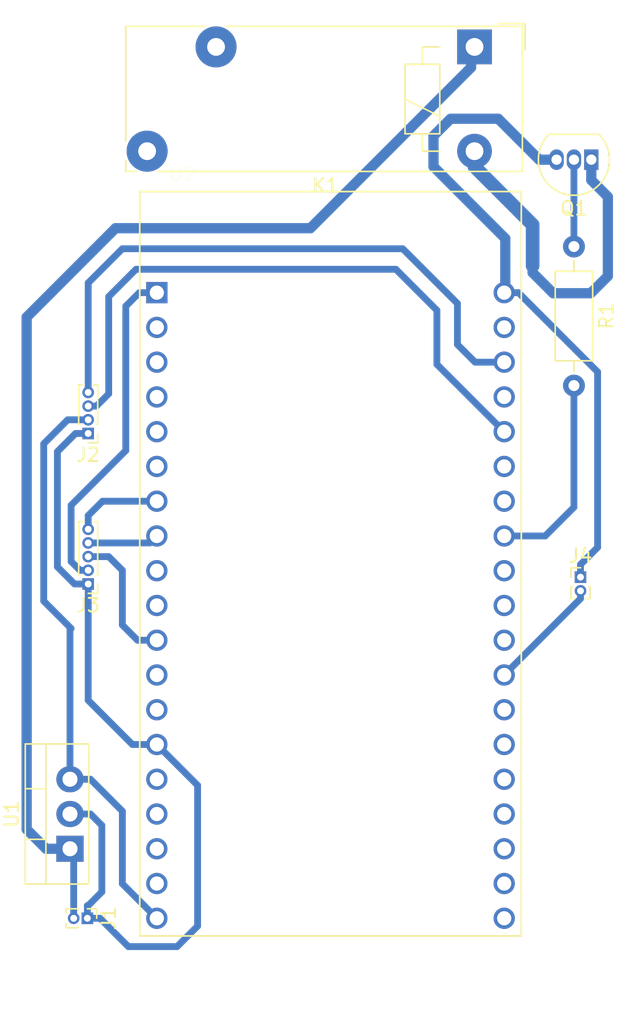
<source format=kicad_pcb>
(kicad_pcb (version 20171130) (host pcbnew 5.1.5+dfsg1-2~bpo10+1)

  (general
    (thickness 1.6)
    (drawings 0)
    (tracks 102)
    (zones 0)
    (modules 9)
    (nets 42)
  )

  (page A4)
  (layers
    (0 F.Cu signal)
    (31 B.Cu signal)
    (32 B.Adhes user)
    (33 F.Adhes user)
    (34 B.Paste user)
    (35 F.Paste user)
    (36 B.SilkS user)
    (37 F.SilkS user)
    (38 B.Mask user)
    (39 F.Mask user)
    (40 Dwgs.User user)
    (41 Cmts.User user)
    (42 Eco1.User user)
    (43 Eco2.User user)
    (44 Edge.Cuts user)
    (45 Margin user)
    (46 B.CrtYd user)
    (47 F.CrtYd user)
    (48 B.Fab user)
    (49 F.Fab user)
  )

  (setup
    (last_trace_width 0.5)
    (user_trace_width 0.5)
    (user_trace_width 0.75)
    (user_trace_width 1)
    (user_trace_width 1.25)
    (user_trace_width 1.5)
    (user_trace_width 2)
    (trace_clearance 0.2)
    (zone_clearance 0.508)
    (zone_45_only no)
    (trace_min 0.2)
    (via_size 0.8)
    (via_drill 0.4)
    (via_min_size 0.4)
    (via_min_drill 0.3)
    (uvia_size 0.3)
    (uvia_drill 0.1)
    (uvias_allowed no)
    (uvia_min_size 0.2)
    (uvia_min_drill 0.1)
    (edge_width 0.05)
    (segment_width 0.2)
    (pcb_text_width 0.3)
    (pcb_text_size 1.5 1.5)
    (mod_edge_width 0.12)
    (mod_text_size 1 1)
    (mod_text_width 0.15)
    (pad_size 1.524 1.524)
    (pad_drill 0.762)
    (pad_to_mask_clearance 0.051)
    (solder_mask_min_width 0.25)
    (aux_axis_origin 0 0)
    (visible_elements FFFFFF7F)
    (pcbplotparams
      (layerselection 0x010fc_ffffffff)
      (usegerberextensions false)
      (usegerberattributes false)
      (usegerberadvancedattributes false)
      (creategerberjobfile false)
      (excludeedgelayer true)
      (linewidth 0.100000)
      (plotframeref false)
      (viasonmask false)
      (mode 1)
      (useauxorigin false)
      (hpglpennumber 1)
      (hpglpenspeed 20)
      (hpglpendiameter 15.000000)
      (psnegative false)
      (psa4output false)
      (plotreference true)
      (plotvalue true)
      (plotinvisibletext false)
      (padsonsilk false)
      (subtractmaskfromsilk false)
      (outputformat 1)
      (mirror false)
      (drillshape 1)
      (scaleselection 1)
      (outputdirectory ""))
  )

  (net 0 "")
  (net 1 "Net-(K1-PadA2)")
  (net 2 +12V)
  (net 3 Earth)
  (net 4 LCD_SCL)
  (net 5 LCD_SDA)
  (net 6 +5V)
  (net 7 GND)
  (net 8 "Net-(Q1-Pad2)")
  (net 9 "Net-(R1-Pad2)")
  (net 10 "Net-(U2-Pad2)")
  (net 11 "Net-(U2-Pad3)")
  (net 12 "Net-(U2-Pad4)")
  (net 13 "Net-(U2-Pad5)")
  (net 14 "Net-(U2-Pad6)")
  (net 15 "Net-(U2-Pad9)")
  (net 16 "Net-(U2-Pad10)")
  (net 17 "Net-(U2-Pad12)")
  (net 18 "Net-(U2-Pad13)")
  (net 19 "Net-(U2-Pad15)")
  (net 20 "Net-(U2-Pad16)")
  (net 21 "Net-(U2-Pad17)")
  (net 22 "Net-(U2-Pad18)")
  (net 23 "Net-(U2-Pad21)")
  (net 24 "Net-(U2-Pad23)")
  (net 25 "Net-(U2-Pad25)")
  (net 26 "Net-(U2-Pad26)")
  (net 27 "Net-(U2-Pad28)")
  (net 28 "Net-(U2-Pad29)")
  (net 29 "Net-(U2-Pad30)")
  (net 30 "Net-(U2-Pad32)")
  (net 31 "Net-(U2-Pad33)")
  (net 32 "Net-(U2-Pad34)")
  (net 33 "Net-(U2-Pad35)")
  (net 34 "Net-(U2-Pad36)")
  (net 35 "Net-(U2-Pad37)")
  (net 36 "Net-(U2-Pad38)")
  (net 37 ENC_CLK)
  (net 38 ENC_DT)
  (net 39 ENC_SW)
  (net 40 +3V3)
  (net 41 SW)

  (net_class Default "This is the default net class."
    (clearance 0.2)
    (trace_width 0.25)
    (via_dia 0.8)
    (via_drill 0.4)
    (uvia_dia 0.3)
    (uvia_drill 0.1)
    (add_net +12V)
    (add_net +3V3)
    (add_net +5V)
    (add_net ENC_CLK)
    (add_net ENC_DT)
    (add_net ENC_SW)
    (add_net Earth)
    (add_net GND)
    (add_net LCD_SCL)
    (add_net LCD_SDA)
    (add_net "Net-(K1-PadA2)")
    (add_net "Net-(Q1-Pad2)")
    (add_net "Net-(R1-Pad2)")
    (add_net "Net-(U2-Pad10)")
    (add_net "Net-(U2-Pad12)")
    (add_net "Net-(U2-Pad13)")
    (add_net "Net-(U2-Pad15)")
    (add_net "Net-(U2-Pad16)")
    (add_net "Net-(U2-Pad17)")
    (add_net "Net-(U2-Pad18)")
    (add_net "Net-(U2-Pad2)")
    (add_net "Net-(U2-Pad21)")
    (add_net "Net-(U2-Pad23)")
    (add_net "Net-(U2-Pad25)")
    (add_net "Net-(U2-Pad26)")
    (add_net "Net-(U2-Pad28)")
    (add_net "Net-(U2-Pad29)")
    (add_net "Net-(U2-Pad3)")
    (add_net "Net-(U2-Pad30)")
    (add_net "Net-(U2-Pad32)")
    (add_net "Net-(U2-Pad33)")
    (add_net "Net-(U2-Pad34)")
    (add_net "Net-(U2-Pad35)")
    (add_net "Net-(U2-Pad36)")
    (add_net "Net-(U2-Pad37)")
    (add_net "Net-(U2-Pad38)")
    (add_net "Net-(U2-Pad4)")
    (add_net "Net-(U2-Pad5)")
    (add_net "Net-(U2-Pad6)")
    (add_net "Net-(U2-Pad9)")
    (add_net SW)
  )

  (module modules:Relay_1-Form-A_Schrack-RYII_RM5mm (layer F.Cu) (tedit 5A5B867D) (tstamp 5E924CB6)
    (at 119.75 74.75 180)
    (descr "Relay, 1-Form-A, Schrack-RYII, RM5mm, SPST-NO")
    (tags "Relay 1-Form-A Schrack-RYII RM5mm SPST-NO")
    (path /5E904F86)
    (fp_text reference K1 (at 10.9 -10.12) (layer F.SilkS)
      (effects (font (size 1 1) (thickness 0.15)))
    )
    (fp_text value RAYEX-L90BS (at 10.9 2.58) (layer F.Fab)
      (effects (font (size 1 1) (thickness 0.15)))
    )
    (fp_line (start -3.7 1.7) (end -3.7 -0.2) (layer F.SilkS) (width 0.12))
    (fp_line (start -1.75 1.7) (end -3.7 1.7) (layer F.SilkS) (width 0.12))
    (fp_text user %R (at 11 -3.8) (layer F.Fab)
      (effects (font (size 1 1) (thickness 0.15)))
    )
    (fp_line (start -3.75 -9.35) (end -3.75 1.75) (layer F.CrtYd) (width 0.05))
    (fp_line (start -3.75 1.75) (end 25.75 1.75) (layer F.CrtYd) (width 0.05))
    (fp_line (start 25.75 1.75) (end 25.75 -9.35) (layer F.CrtYd) (width 0.05))
    (fp_line (start 25.75 -9.35) (end -3.75 -9.35) (layer F.CrtYd) (width 0.05))
    (fp_line (start 0 -6.4) (end 0 -1.2) (layer F.Fab) (width 0.1))
    (fp_line (start -3.25 -8.85) (end 25.25 -8.85) (layer F.Fab) (width 0.1))
    (fp_line (start 25.25 -8.85) (end 25.25 1.25) (layer F.Fab) (width 0.1))
    (fp_line (start 25.25 1.25) (end -3.25 1.25) (layer F.Fab) (width 0.1))
    (fp_line (start -3.25 1.25) (end -3.25 -8.85) (layer F.Fab) (width 0.1))
    (fp_line (start 25.5 -6.9) (end 25.5 1.5) (layer F.SilkS) (width 0.12))
    (fp_line (start -3.5 -9.1) (end 23.1 -9.1) (layer F.SilkS) (width 0.12))
    (fp_line (start 24.75 -9.1) (end 25.5 -9.1) (layer F.SilkS) (width 0.12))
    (fp_line (start 25.45 1.5) (end 19.7 1.5) (layer F.SilkS) (width 0.12))
    (fp_line (start 2.54 -5.08) (end 5.08 -3.81) (layer F.SilkS) (width 0.12))
    (fp_line (start 3.81 -1.27) (end 3.81 0) (layer F.SilkS) (width 0.12))
    (fp_line (start 3.81 0) (end 2.54 0) (layer F.SilkS) (width 0.12))
    (fp_line (start 2.54 -7.62) (end 3.81 -7.62) (layer F.SilkS) (width 0.12))
    (fp_line (start 3.81 -7.62) (end 3.81 -6.35) (layer F.SilkS) (width 0.12))
    (fp_line (start 3.81 -6.35) (end 5.08 -6.35) (layer F.SilkS) (width 0.12))
    (fp_line (start 5.08 -6.35) (end 5.08 -1.27) (layer F.SilkS) (width 0.12))
    (fp_line (start 5.08 -1.27) (end 2.54 -1.27) (layer F.SilkS) (width 0.12))
    (fp_line (start 2.54 -1.27) (end 2.54 -6.35) (layer F.SilkS) (width 0.12))
    (fp_line (start 2.54 -6.35) (end 3.81 -6.35) (layer F.SilkS) (width 0.12))
    (fp_line (start 25.5 -9.1) (end 25.5 -8.3) (layer F.SilkS) (width 0.12))
    (fp_line (start 18.1 1.5) (end -3.5 1.5) (layer F.SilkS) (width 0.12))
    (fp_line (start -3.5 1.5) (end -3.5 -9.1) (layer F.SilkS) (width 0.12))
    (pad A2 thru_hole circle (at 0 -7.62 180) (size 2.54 2.54) (drill 1.3) (layers *.Cu *.Mask)
      (net 1 "Net-(K1-PadA2)"))
    (pad A1 thru_hole rect (at 0 0 180) (size 2.54 2.54) (drill 1.3) (layers *.Cu *.Mask)
      (net 2 +12V))
    (pad 14 thru_hole circle (at 23.94 -7.62 180) (size 3 3) (drill 1.3) (layers *.Cu *.Mask))
    (pad 11 thru_hole circle (at 18.9 0 180) (size 3 3) (drill 1.3) (layers *.Cu *.Mask)
      (net 3 Earth))
    (model ${KISYS3DMOD}/Relay_THT.3dshapes/Relay_1-Form-A_Schrack-RYII_RM5mm.wrl
      (at (xyz 0 0 0))
      (scale (xyz 1 1 1))
      (rotate (xyz 0 0 0))
    )
  )

  (module Package_TO_SOT_THT:TO-220-3_Vertical (layer F.Cu) (tedit 5AC8BA0D) (tstamp 5E924D17)
    (at 90.17 133.35 90)
    (descr "TO-220-3, Vertical, RM 2.54mm, see https://www.vishay.com/docs/66542/to-220-1.pdf")
    (tags "TO-220-3 Vertical RM 2.54mm")
    (path /5E905D48)
    (fp_text reference U1 (at 2.54 -4.27 90) (layer F.SilkS)
      (effects (font (size 1 1) (thickness 0.15)))
    )
    (fp_text value L7805 (at 2.54 2.5 90) (layer F.Fab)
      (effects (font (size 1 1) (thickness 0.15)))
    )
    (fp_line (start -2.46 -3.15) (end -2.46 1.25) (layer F.Fab) (width 0.1))
    (fp_line (start -2.46 1.25) (end 7.54 1.25) (layer F.Fab) (width 0.1))
    (fp_line (start 7.54 1.25) (end 7.54 -3.15) (layer F.Fab) (width 0.1))
    (fp_line (start 7.54 -3.15) (end -2.46 -3.15) (layer F.Fab) (width 0.1))
    (fp_line (start -2.46 -1.88) (end 7.54 -1.88) (layer F.Fab) (width 0.1))
    (fp_line (start 0.69 -3.15) (end 0.69 -1.88) (layer F.Fab) (width 0.1))
    (fp_line (start 4.39 -3.15) (end 4.39 -1.88) (layer F.Fab) (width 0.1))
    (fp_line (start -2.58 -3.27) (end 7.66 -3.27) (layer F.SilkS) (width 0.12))
    (fp_line (start -2.58 1.371) (end 7.66 1.371) (layer F.SilkS) (width 0.12))
    (fp_line (start -2.58 -3.27) (end -2.58 1.371) (layer F.SilkS) (width 0.12))
    (fp_line (start 7.66 -3.27) (end 7.66 1.371) (layer F.SilkS) (width 0.12))
    (fp_line (start -2.58 -1.76) (end 7.66 -1.76) (layer F.SilkS) (width 0.12))
    (fp_line (start 0.69 -3.27) (end 0.69 -1.76) (layer F.SilkS) (width 0.12))
    (fp_line (start 4.391 -3.27) (end 4.391 -1.76) (layer F.SilkS) (width 0.12))
    (fp_line (start -2.71 -3.4) (end -2.71 1.51) (layer F.CrtYd) (width 0.05))
    (fp_line (start -2.71 1.51) (end 7.79 1.51) (layer F.CrtYd) (width 0.05))
    (fp_line (start 7.79 1.51) (end 7.79 -3.4) (layer F.CrtYd) (width 0.05))
    (fp_line (start 7.79 -3.4) (end -2.71 -3.4) (layer F.CrtYd) (width 0.05))
    (fp_text user %R (at 2.54 -4.27 90) (layer F.Fab)
      (effects (font (size 1 1) (thickness 0.15)))
    )
    (pad 1 thru_hole rect (at 0 0 90) (size 1.905 2) (drill 1.1) (layers *.Cu *.Mask)
      (net 2 +12V))
    (pad 2 thru_hole oval (at 2.54 0 90) (size 1.905 2) (drill 1.1) (layers *.Cu *.Mask)
      (net 7 GND))
    (pad 3 thru_hole oval (at 5.08 0 90) (size 1.905 2) (drill 1.1) (layers *.Cu *.Mask)
      (net 6 +5V))
    (model ${KISYS3DMOD}/Package_TO_SOT_THT.3dshapes/TO-220-3_Vertical.wrl
      (at (xyz 0 0 0))
      (scale (xyz 1 1 1))
      (rotate (xyz 0 0 0))
    )
  )

  (module Connector_PinHeader_1.00mm:PinHeader_1x04_P1.00mm_Vertical (layer F.Cu) (tedit 59FED738) (tstamp 5E924DA4)
    (at 91.5 103 180)
    (descr "Through hole straight pin header, 1x04, 1.00mm pitch, single row")
    (tags "Through hole pin header THT 1x04 1.00mm single row")
    (path /5E93ACE9)
    (fp_text reference J2 (at 0 -1.56) (layer F.SilkS)
      (effects (font (size 1 1) (thickness 0.15)))
    )
    (fp_text value LCD_PINS (at 0 4.56) (layer F.Fab)
      (effects (font (size 1 1) (thickness 0.15)))
    )
    (fp_line (start -0.3175 -0.5) (end 0.635 -0.5) (layer F.Fab) (width 0.1))
    (fp_line (start 0.635 -0.5) (end 0.635 3.5) (layer F.Fab) (width 0.1))
    (fp_line (start 0.635 3.5) (end -0.635 3.5) (layer F.Fab) (width 0.1))
    (fp_line (start -0.635 3.5) (end -0.635 -0.1825) (layer F.Fab) (width 0.1))
    (fp_line (start -0.635 -0.1825) (end -0.3175 -0.5) (layer F.Fab) (width 0.1))
    (fp_line (start -0.695 3.56) (end -0.394493 3.56) (layer F.SilkS) (width 0.12))
    (fp_line (start 0.394493 3.56) (end 0.695 3.56) (layer F.SilkS) (width 0.12))
    (fp_line (start -0.695 0.685) (end -0.695 3.56) (layer F.SilkS) (width 0.12))
    (fp_line (start 0.695 0.685) (end 0.695 3.56) (layer F.SilkS) (width 0.12))
    (fp_line (start -0.695 0.685) (end -0.608276 0.685) (layer F.SilkS) (width 0.12))
    (fp_line (start 0.608276 0.685) (end 0.695 0.685) (layer F.SilkS) (width 0.12))
    (fp_line (start -0.695 0) (end -0.695 -0.685) (layer F.SilkS) (width 0.12))
    (fp_line (start -0.695 -0.685) (end 0 -0.685) (layer F.SilkS) (width 0.12))
    (fp_line (start -1.15 -1) (end -1.15 4) (layer F.CrtYd) (width 0.05))
    (fp_line (start -1.15 4) (end 1.15 4) (layer F.CrtYd) (width 0.05))
    (fp_line (start 1.15 4) (end 1.15 -1) (layer F.CrtYd) (width 0.05))
    (fp_line (start 1.15 -1) (end -1.15 -1) (layer F.CrtYd) (width 0.05))
    (fp_text user %R (at 0 1.5 90) (layer F.Fab)
      (effects (font (size 0.76 0.76) (thickness 0.114)))
    )
    (pad 1 thru_hole rect (at 0 0 180) (size 0.85 0.85) (drill 0.5) (layers *.Cu *.Mask)
      (net 7 GND))
    (pad 2 thru_hole oval (at 0 1 180) (size 0.85 0.85) (drill 0.5) (layers *.Cu *.Mask)
      (net 6 +5V))
    (pad 3 thru_hole oval (at 0 2 180) (size 0.85 0.85) (drill 0.5) (layers *.Cu *.Mask)
      (net 5 LCD_SDA))
    (pad 4 thru_hole oval (at 0 3 180) (size 0.85 0.85) (drill 0.5) (layers *.Cu *.Mask)
      (net 4 LCD_SCL))
    (model ${KISYS3DMOD}/Connector_PinHeader_1.00mm.3dshapes/PinHeader_1x04_P1.00mm_Vertical.wrl
      (at (xyz 0 0 0))
      (scale (xyz 1 1 1))
      (rotate (xyz 0 0 0))
    )
  )

  (module Package_TO_SOT_THT:TO-92_Inline (layer F.Cu) (tedit 5A1DD157) (tstamp 5E924DE7)
    (at 128.29 82.99 180)
    (descr "TO-92 leads in-line, narrow, oval pads, drill 0.75mm (see NXP sot054_po.pdf)")
    (tags "to-92 sc-43 sc-43a sot54 PA33 transistor")
    (path /5E8FC8D3)
    (fp_text reference Q1 (at 1.27 -3.56) (layer F.SilkS)
      (effects (font (size 1 1) (thickness 0.15)))
    )
    (fp_text value BC547 (at 1.27 2.79) (layer F.Fab)
      (effects (font (size 1 1) (thickness 0.15)))
    )
    (fp_text user %R (at 1.27 -3.56) (layer F.Fab)
      (effects (font (size 1 1) (thickness 0.15)))
    )
    (fp_line (start -0.53 1.85) (end 3.07 1.85) (layer F.SilkS) (width 0.12))
    (fp_line (start -0.5 1.75) (end 3 1.75) (layer F.Fab) (width 0.1))
    (fp_line (start -1.46 -2.73) (end 4 -2.73) (layer F.CrtYd) (width 0.05))
    (fp_line (start -1.46 -2.73) (end -1.46 2.01) (layer F.CrtYd) (width 0.05))
    (fp_line (start 4 2.01) (end 4 -2.73) (layer F.CrtYd) (width 0.05))
    (fp_line (start 4 2.01) (end -1.46 2.01) (layer F.CrtYd) (width 0.05))
    (fp_arc (start 1.27 0) (end 1.27 -2.48) (angle 135) (layer F.Fab) (width 0.1))
    (fp_arc (start 1.27 0) (end 1.27 -2.6) (angle -135) (layer F.SilkS) (width 0.12))
    (fp_arc (start 1.27 0) (end 1.27 -2.48) (angle -135) (layer F.Fab) (width 0.1))
    (fp_arc (start 1.27 0) (end 1.27 -2.6) (angle 135) (layer F.SilkS) (width 0.12))
    (pad 2 thru_hole oval (at 1.27 0 180) (size 1.05 1.5) (drill 0.75) (layers *.Cu *.Mask)
      (net 8 "Net-(Q1-Pad2)"))
    (pad 3 thru_hole oval (at 2.54 0 180) (size 1.05 1.5) (drill 0.75) (layers *.Cu *.Mask)
      (net 7 GND))
    (pad 1 thru_hole rect (at 0 0 180) (size 1.05 1.5) (drill 0.75) (layers *.Cu *.Mask)
      (net 1 "Net-(K1-PadA2)"))
    (model ${KISYS3DMOD}/Package_TO_SOT_THT.3dshapes/TO-92_Inline.wrl
      (at (xyz 0 0 0))
      (scale (xyz 1 1 1))
      (rotate (xyz 0 0 0))
    )
  )

  (module Resistor_THT:R_Axial_DIN0207_L6.3mm_D2.5mm_P10.16mm_Horizontal (layer F.Cu) (tedit 5AE5139B) (tstamp 5E924D5F)
    (at 127.02 89.34 270)
    (descr "Resistor, Axial_DIN0207 series, Axial, Horizontal, pin pitch=10.16mm, 0.25W = 1/4W, length*diameter=6.3*2.5mm^2, http://cdn-reichelt.de/documents/datenblatt/B400/1_4W%23YAG.pdf")
    (tags "Resistor Axial_DIN0207 series Axial Horizontal pin pitch 10.16mm 0.25W = 1/4W length 6.3mm diameter 2.5mm")
    (path /5E8FBA51)
    (fp_text reference R1 (at 5.08 -2.37 90) (layer F.SilkS)
      (effects (font (size 1 1) (thickness 0.15)))
    )
    (fp_text value R (at 5.08 2.37 90) (layer F.Fab)
      (effects (font (size 1 1) (thickness 0.15)))
    )
    (fp_line (start 1.93 -1.25) (end 1.93 1.25) (layer F.Fab) (width 0.1))
    (fp_line (start 1.93 1.25) (end 8.23 1.25) (layer F.Fab) (width 0.1))
    (fp_line (start 8.23 1.25) (end 8.23 -1.25) (layer F.Fab) (width 0.1))
    (fp_line (start 8.23 -1.25) (end 1.93 -1.25) (layer F.Fab) (width 0.1))
    (fp_line (start 0 0) (end 1.93 0) (layer F.Fab) (width 0.1))
    (fp_line (start 10.16 0) (end 8.23 0) (layer F.Fab) (width 0.1))
    (fp_line (start 1.81 -1.37) (end 1.81 1.37) (layer F.SilkS) (width 0.12))
    (fp_line (start 1.81 1.37) (end 8.35 1.37) (layer F.SilkS) (width 0.12))
    (fp_line (start 8.35 1.37) (end 8.35 -1.37) (layer F.SilkS) (width 0.12))
    (fp_line (start 8.35 -1.37) (end 1.81 -1.37) (layer F.SilkS) (width 0.12))
    (fp_line (start 1.04 0) (end 1.81 0) (layer F.SilkS) (width 0.12))
    (fp_line (start 9.12 0) (end 8.35 0) (layer F.SilkS) (width 0.12))
    (fp_line (start -1.05 -1.5) (end -1.05 1.5) (layer F.CrtYd) (width 0.05))
    (fp_line (start -1.05 1.5) (end 11.21 1.5) (layer F.CrtYd) (width 0.05))
    (fp_line (start 11.21 1.5) (end 11.21 -1.5) (layer F.CrtYd) (width 0.05))
    (fp_line (start 11.21 -1.5) (end -1.05 -1.5) (layer F.CrtYd) (width 0.05))
    (fp_text user %R (at 5.41 0.02 90) (layer F.Fab)
      (effects (font (size 1 1) (thickness 0.15)))
    )
    (pad 1 thru_hole circle (at 0 0 270) (size 1.6 1.6) (drill 0.8) (layers *.Cu *.Mask)
      (net 8 "Net-(Q1-Pad2)"))
    (pad 2 thru_hole oval (at 10.16 0 270) (size 1.6 1.6) (drill 0.8) (layers *.Cu *.Mask)
      (net 9 "Net-(R1-Pad2)"))
    (model ${KISYS3DMOD}/Resistor_THT.3dshapes/R_Axial_DIN0207_L6.3mm_D2.5mm_P10.16mm_Horizontal.wrl
      (at (xyz 0 0 0))
      (scale (xyz 1 1 1))
      (rotate (xyz 0 0 0))
    )
  )

  (module ESP32-DEVKITC-32D:MODULE_ESP32-DEVKITC-32D (layer F.Cu) (tedit 5E8F6A60) (tstamp 5E924E40)
    (at 109.22 112.47)
    (path /5E8F78B8)
    (fp_text reference U2 (at -10.829175 -28.446045) (layer F.SilkS)
      (effects (font (size 1.000386 1.000386) (thickness 0.015)))
    )
    (fp_text value ESP32-DEVKITC-32D (at 1.24136 28.294535) (layer F.Fab)
      (effects (font (size 1.001047 1.001047) (thickness 0.015)))
    )
    (fp_line (start -13.95 -27.15) (end 13.95 -27.15) (layer F.Fab) (width 0.127))
    (fp_line (start 13.95 -27.15) (end 13.95 27.25) (layer F.Fab) (width 0.127))
    (fp_line (start 13.95 27.25) (end -13.95 27.25) (layer F.Fab) (width 0.127))
    (fp_line (start -13.95 27.25) (end -13.95 -27.15) (layer F.Fab) (width 0.127))
    (fp_line (start -13.95 27.25) (end -13.95 -27.15) (layer F.SilkS) (width 0.127))
    (fp_line (start -13.95 -27.15) (end 13.95 -27.15) (layer F.SilkS) (width 0.127))
    (fp_line (start 13.95 -27.15) (end 13.95 27.25) (layer F.SilkS) (width 0.127))
    (fp_line (start 13.95 27.25) (end -13.95 27.25) (layer F.SilkS) (width 0.127))
    (fp_line (start -14.2 -27.4) (end 14.2 -27.4) (layer F.CrtYd) (width 0.05))
    (fp_line (start 14.2 -27.4) (end 14.2 27.5) (layer F.CrtYd) (width 0.05))
    (fp_line (start 14.2 27.5) (end -14.2 27.5) (layer F.CrtYd) (width 0.05))
    (fp_line (start -14.2 27.5) (end -14.2 -27.4) (layer F.CrtYd) (width 0.05))
    (fp_circle (center -14.6 -19.9) (end -14.46 -19.9) (layer F.Fab) (width 0.28))
    (fp_circle (center -14.6 -19.9) (end -14.46 -19.9) (layer F.Fab) (width 0.28))
    (pad 1 thru_hole rect (at -12.7 -19.76) (size 1.56 1.56) (drill 1.04) (layers *.Cu *.Mask)
      (net 40 +3V3))
    (pad 2 thru_hole circle (at -12.7 -17.22) (size 1.56 1.56) (drill 1.04) (layers *.Cu *.Mask)
      (net 10 "Net-(U2-Pad2)"))
    (pad 19 thru_hole circle (at -12.7 25.96) (size 1.56 1.56) (drill 1.04) (layers *.Cu *.Mask)
      (net 6 +5V))
    (pad 3 thru_hole circle (at -12.7 -14.68) (size 1.56 1.56) (drill 1.04) (layers *.Cu *.Mask)
      (net 11 "Net-(U2-Pad3)"))
    (pad 4 thru_hole circle (at -12.7 -12.14) (size 1.56 1.56) (drill 1.04) (layers *.Cu *.Mask)
      (net 12 "Net-(U2-Pad4)"))
    (pad 5 thru_hole circle (at -12.7 -9.6) (size 1.56 1.56) (drill 1.04) (layers *.Cu *.Mask)
      (net 13 "Net-(U2-Pad5)"))
    (pad 6 thru_hole circle (at -12.7 -7.06) (size 1.56 1.56) (drill 1.04) (layers *.Cu *.Mask)
      (net 14 "Net-(U2-Pad6)"))
    (pad 7 thru_hole circle (at -12.7 -4.52) (size 1.56 1.56) (drill 1.04) (layers *.Cu *.Mask)
      (net 37 ENC_CLK))
    (pad 8 thru_hole circle (at -12.7 -1.98) (size 1.56 1.56) (drill 1.04) (layers *.Cu *.Mask)
      (net 38 ENC_DT))
    (pad 9 thru_hole circle (at -12.7 0.56) (size 1.56 1.56) (drill 1.04) (layers *.Cu *.Mask)
      (net 15 "Net-(U2-Pad9)"))
    (pad 10 thru_hole circle (at -12.7 3.1) (size 1.56 1.56) (drill 1.04) (layers *.Cu *.Mask)
      (net 16 "Net-(U2-Pad10)"))
    (pad 11 thru_hole circle (at -12.7 5.64) (size 1.56 1.56) (drill 1.04) (layers *.Cu *.Mask)
      (net 39 ENC_SW))
    (pad 12 thru_hole circle (at -12.7 8.18) (size 1.56 1.56) (drill 1.04) (layers *.Cu *.Mask)
      (net 17 "Net-(U2-Pad12)"))
    (pad 13 thru_hole circle (at -12.7 10.72) (size 1.56 1.56) (drill 1.04) (layers *.Cu *.Mask)
      (net 18 "Net-(U2-Pad13)"))
    (pad 14 thru_hole circle (at -12.7 13.26) (size 1.56 1.56) (drill 1.04) (layers *.Cu *.Mask)
      (net 7 GND))
    (pad 15 thru_hole circle (at -12.7 15.8) (size 1.56 1.56) (drill 1.04) (layers *.Cu *.Mask)
      (net 19 "Net-(U2-Pad15)"))
    (pad 16 thru_hole circle (at -12.7 18.34) (size 1.56 1.56) (drill 1.04) (layers *.Cu *.Mask)
      (net 20 "Net-(U2-Pad16)"))
    (pad 17 thru_hole circle (at -12.7 20.88) (size 1.56 1.56) (drill 1.04) (layers *.Cu *.Mask)
      (net 21 "Net-(U2-Pad17)"))
    (pad 18 thru_hole circle (at -12.7 23.42) (size 1.56 1.56) (drill 1.04) (layers *.Cu *.Mask)
      (net 22 "Net-(U2-Pad18)"))
    (pad 20 thru_hole circle (at 12.7 -19.76) (size 1.56 1.56) (drill 1.04) (layers *.Cu *.Mask)
      (net 7 GND))
    (pad 21 thru_hole circle (at 12.7 -17.22) (size 1.56 1.56) (drill 1.04) (layers *.Cu *.Mask)
      (net 23 "Net-(U2-Pad21)"))
    (pad 22 thru_hole circle (at 12.7 -14.68) (size 1.56 1.56) (drill 1.04) (layers *.Cu *.Mask)
      (net 4 LCD_SCL))
    (pad 23 thru_hole circle (at 12.7 -12.14) (size 1.56 1.56) (drill 1.04) (layers *.Cu *.Mask)
      (net 24 "Net-(U2-Pad23)"))
    (pad 24 thru_hole circle (at 12.7 -9.6) (size 1.56 1.56) (drill 1.04) (layers *.Cu *.Mask)
      (net 5 LCD_SDA))
    (pad 25 thru_hole circle (at 12.7 -7.06) (size 1.56 1.56) (drill 1.04) (layers *.Cu *.Mask)
      (net 25 "Net-(U2-Pad25)"))
    (pad 26 thru_hole circle (at 12.7 -4.52) (size 1.56 1.56) (drill 1.04) (layers *.Cu *.Mask)
      (net 26 "Net-(U2-Pad26)"))
    (pad 27 thru_hole circle (at 12.7 -1.98) (size 1.56 1.56) (drill 1.04) (layers *.Cu *.Mask)
      (net 9 "Net-(R1-Pad2)"))
    (pad 28 thru_hole circle (at 12.7 0.56) (size 1.56 1.56) (drill 1.04) (layers *.Cu *.Mask)
      (net 27 "Net-(U2-Pad28)"))
    (pad 29 thru_hole circle (at 12.7 3.1) (size 1.56 1.56) (drill 1.04) (layers *.Cu *.Mask)
      (net 28 "Net-(U2-Pad29)"))
    (pad 30 thru_hole circle (at 12.7 5.64) (size 1.56 1.56) (drill 1.04) (layers *.Cu *.Mask)
      (net 29 "Net-(U2-Pad30)"))
    (pad 31 thru_hole circle (at 12.7 8.18) (size 1.56 1.56) (drill 1.04) (layers *.Cu *.Mask)
      (net 41 SW))
    (pad 32 thru_hole circle (at 12.7 10.72) (size 1.56 1.56) (drill 1.04) (layers *.Cu *.Mask)
      (net 30 "Net-(U2-Pad32)"))
    (pad 33 thru_hole circle (at 12.7 13.26) (size 1.56 1.56) (drill 1.04) (layers *.Cu *.Mask)
      (net 31 "Net-(U2-Pad33)"))
    (pad 34 thru_hole circle (at 12.7 15.8) (size 1.56 1.56) (drill 1.04) (layers *.Cu *.Mask)
      (net 32 "Net-(U2-Pad34)"))
    (pad 35 thru_hole circle (at 12.7 18.34) (size 1.56 1.56) (drill 1.04) (layers *.Cu *.Mask)
      (net 33 "Net-(U2-Pad35)"))
    (pad 36 thru_hole circle (at 12.7 20.88) (size 1.56 1.56) (drill 1.04) (layers *.Cu *.Mask)
      (net 34 "Net-(U2-Pad36)"))
    (pad 37 thru_hole circle (at 12.7 23.42) (size 1.56 1.56) (drill 1.04) (layers *.Cu *.Mask)
      (net 35 "Net-(U2-Pad37)"))
    (pad 38 thru_hole circle (at 12.7 25.96) (size 1.56 1.56) (drill 1.04) (layers *.Cu *.Mask)
      (net 36 "Net-(U2-Pad38)"))
  )

  (module Connector_PinHeader_1.00mm:PinHeader_1x05_P1.00mm_Vertical (layer F.Cu) (tedit 59FED738) (tstamp 5E925B9C)
    (at 91.5 114 180)
    (descr "Through hole straight pin header, 1x05, 1.00mm pitch, single row")
    (tags "Through hole pin header THT 1x05 1.00mm single row")
    (path /5E9ED026)
    (fp_text reference J3 (at 0 -1.56) (layer F.SilkS)
      (effects (font (size 1 1) (thickness 0.15)))
    )
    (fp_text value ROT_ENCD (at 0 5.56) (layer F.Fab)
      (effects (font (size 1 1) (thickness 0.15)))
    )
    (fp_line (start -0.3175 -0.5) (end 0.635 -0.5) (layer F.Fab) (width 0.1))
    (fp_line (start 0.635 -0.5) (end 0.635 4.5) (layer F.Fab) (width 0.1))
    (fp_line (start 0.635 4.5) (end -0.635 4.5) (layer F.Fab) (width 0.1))
    (fp_line (start -0.635 4.5) (end -0.635 -0.1825) (layer F.Fab) (width 0.1))
    (fp_line (start -0.635 -0.1825) (end -0.3175 -0.5) (layer F.Fab) (width 0.1))
    (fp_line (start -0.695 4.56) (end -0.394493 4.56) (layer F.SilkS) (width 0.12))
    (fp_line (start 0.394493 4.56) (end 0.695 4.56) (layer F.SilkS) (width 0.12))
    (fp_line (start -0.695 0.685) (end -0.695 4.56) (layer F.SilkS) (width 0.12))
    (fp_line (start 0.695 0.685) (end 0.695 4.56) (layer F.SilkS) (width 0.12))
    (fp_line (start -0.695 0.685) (end -0.608276 0.685) (layer F.SilkS) (width 0.12))
    (fp_line (start 0.608276 0.685) (end 0.695 0.685) (layer F.SilkS) (width 0.12))
    (fp_line (start -0.695 0) (end -0.695 -0.685) (layer F.SilkS) (width 0.12))
    (fp_line (start -0.695 -0.685) (end 0 -0.685) (layer F.SilkS) (width 0.12))
    (fp_line (start -1.15 -1) (end -1.15 5) (layer F.CrtYd) (width 0.05))
    (fp_line (start -1.15 5) (end 1.15 5) (layer F.CrtYd) (width 0.05))
    (fp_line (start 1.15 5) (end 1.15 -1) (layer F.CrtYd) (width 0.05))
    (fp_line (start 1.15 -1) (end -1.15 -1) (layer F.CrtYd) (width 0.05))
    (fp_text user %R (at 0 2 90) (layer F.Fab)
      (effects (font (size 0.76 0.76) (thickness 0.114)))
    )
    (pad 1 thru_hole rect (at 0 0 180) (size 0.85 0.85) (drill 0.5) (layers *.Cu *.Mask)
      (net 7 GND))
    (pad 2 thru_hole oval (at 0 1 180) (size 0.85 0.85) (drill 0.5) (layers *.Cu *.Mask)
      (net 40 +3V3))
    (pad 3 thru_hole oval (at 0 2 180) (size 0.85 0.85) (drill 0.5) (layers *.Cu *.Mask)
      (net 39 ENC_SW))
    (pad 4 thru_hole oval (at 0 3 180) (size 0.85 0.85) (drill 0.5) (layers *.Cu *.Mask)
      (net 38 ENC_DT))
    (pad 5 thru_hole oval (at 0 4 180) (size 0.85 0.85) (drill 0.5) (layers *.Cu *.Mask)
      (net 37 ENC_CLK))
    (model ${KISYS3DMOD}/Connector_PinHeader_1.00mm.3dshapes/PinHeader_1x05_P1.00mm_Vertical.wrl
      (at (xyz 0 0 0))
      (scale (xyz 1 1 1))
      (rotate (xyz 0 0 0))
    )
  )

  (module Connector_PinHeader_1.00mm:PinHeader_1x02_P1.00mm_Vertical (layer F.Cu) (tedit 59FED738) (tstamp 5E925E7B)
    (at 91.44 138.43 270)
    (descr "Through hole straight pin header, 1x02, 1.00mm pitch, single row")
    (tags "Through hole pin header THT 1x02 1.00mm single row")
    (path /5EA28BB9)
    (fp_text reference J1 (at 0 -1.56 90) (layer F.SilkS)
      (effects (font (size 1 1) (thickness 0.15)))
    )
    (fp_text value Conn_01x02_Female (at 0 2.56 90) (layer F.Fab)
      (effects (font (size 1 1) (thickness 0.15)))
    )
    (fp_line (start -0.3175 -0.5) (end 0.635 -0.5) (layer F.Fab) (width 0.1))
    (fp_line (start 0.635 -0.5) (end 0.635 1.5) (layer F.Fab) (width 0.1))
    (fp_line (start 0.635 1.5) (end -0.635 1.5) (layer F.Fab) (width 0.1))
    (fp_line (start -0.635 1.5) (end -0.635 -0.1825) (layer F.Fab) (width 0.1))
    (fp_line (start -0.635 -0.1825) (end -0.3175 -0.5) (layer F.Fab) (width 0.1))
    (fp_line (start -0.695 1.56) (end -0.394493 1.56) (layer F.SilkS) (width 0.12))
    (fp_line (start 0.394493 1.56) (end 0.695 1.56) (layer F.SilkS) (width 0.12))
    (fp_line (start -0.695 0.685) (end -0.695 1.56) (layer F.SilkS) (width 0.12))
    (fp_line (start 0.695 0.685) (end 0.695 1.56) (layer F.SilkS) (width 0.12))
    (fp_line (start -0.695 0.685) (end -0.608276 0.685) (layer F.SilkS) (width 0.12))
    (fp_line (start 0.608276 0.685) (end 0.695 0.685) (layer F.SilkS) (width 0.12))
    (fp_line (start -0.695 0) (end -0.695 -0.685) (layer F.SilkS) (width 0.12))
    (fp_line (start -0.695 -0.685) (end 0 -0.685) (layer F.SilkS) (width 0.12))
    (fp_line (start -1.15 -1) (end -1.15 2) (layer F.CrtYd) (width 0.05))
    (fp_line (start -1.15 2) (end 1.15 2) (layer F.CrtYd) (width 0.05))
    (fp_line (start 1.15 2) (end 1.15 -1) (layer F.CrtYd) (width 0.05))
    (fp_line (start 1.15 -1) (end -1.15 -1) (layer F.CrtYd) (width 0.05))
    (fp_text user %R (at 0 0.5) (layer F.Fab)
      (effects (font (size 0.76 0.76) (thickness 0.114)))
    )
    (pad 1 thru_hole rect (at 0 0 270) (size 0.85 0.85) (drill 0.5) (layers *.Cu *.Mask)
      (net 7 GND))
    (pad 2 thru_hole oval (at 0 1 270) (size 0.85 0.85) (drill 0.5) (layers *.Cu *.Mask)
      (net 2 +12V))
    (model ${KISYS3DMOD}/Connector_PinHeader_1.00mm.3dshapes/PinHeader_1x02_P1.00mm_Vertical.wrl
      (at (xyz 0 0 0))
      (scale (xyz 1 1 1))
      (rotate (xyz 0 0 0))
    )
  )

  (module Connector_PinHeader_1.00mm:PinHeader_1x02_P1.00mm_Vertical (layer F.Cu) (tedit 59FED738) (tstamp 5E933AFD)
    (at 127.5 113.5)
    (descr "Through hole straight pin header, 1x02, 1.00mm pitch, single row")
    (tags "Through hole pin header THT 1x02 1.00mm single row")
    (path /5E93570D)
    (fp_text reference J4 (at 0 -1.56) (layer F.SilkS)
      (effects (font (size 1 1) (thickness 0.15)))
    )
    (fp_text value SWITCH (at 0 2.56) (layer F.Fab)
      (effects (font (size 1 1) (thickness 0.15)))
    )
    (fp_text user %R (at -4 -4.5 90) (layer F.Fab)
      (effects (font (size 0.76 0.76) (thickness 0.114)))
    )
    (fp_line (start 1.15 -1) (end -1.15 -1) (layer F.CrtYd) (width 0.05))
    (fp_line (start 1.15 2) (end 1.15 -1) (layer F.CrtYd) (width 0.05))
    (fp_line (start -1.15 2) (end 1.15 2) (layer F.CrtYd) (width 0.05))
    (fp_line (start -1.15 -1) (end -1.15 2) (layer F.CrtYd) (width 0.05))
    (fp_line (start -0.695 -0.685) (end 0 -0.685) (layer F.SilkS) (width 0.12))
    (fp_line (start -0.695 0) (end -0.695 -0.685) (layer F.SilkS) (width 0.12))
    (fp_line (start 0.608276 0.685) (end 0.695 0.685) (layer F.SilkS) (width 0.12))
    (fp_line (start -0.695 0.685) (end -0.608276 0.685) (layer F.SilkS) (width 0.12))
    (fp_line (start 0.695 0.685) (end 0.695 1.56) (layer F.SilkS) (width 0.12))
    (fp_line (start -0.695 0.685) (end -0.695 1.56) (layer F.SilkS) (width 0.12))
    (fp_line (start 0.394493 1.56) (end 0.695 1.56) (layer F.SilkS) (width 0.12))
    (fp_line (start -0.695 1.56) (end -0.394493 1.56) (layer F.SilkS) (width 0.12))
    (fp_line (start -0.635 -0.1825) (end -0.3175 -0.5) (layer F.Fab) (width 0.1))
    (fp_line (start -0.635 1.5) (end -0.635 -0.1825) (layer F.Fab) (width 0.1))
    (fp_line (start 0.635 1.5) (end -0.635 1.5) (layer F.Fab) (width 0.1))
    (fp_line (start 0.635 -0.5) (end 0.635 1.5) (layer F.Fab) (width 0.1))
    (fp_line (start -0.3175 -0.5) (end 0.635 -0.5) (layer F.Fab) (width 0.1))
    (pad 2 thru_hole oval (at 0 1) (size 0.85 0.85) (drill 0.5) (layers *.Cu *.Mask)
      (net 41 SW))
    (pad 1 thru_hole rect (at 0 0) (size 0.85 0.85) (drill 0.5) (layers *.Cu *.Mask)
      (net 7 GND))
    (model ${KISYS3DMOD}/Connector_PinHeader_1.00mm.3dshapes/PinHeader_1x02_P1.00mm_Vertical.wrl
      (at (xyz 0 0 0))
      (scale (xyz 1 1 1))
      (rotate (xyz 0 0 0))
    )
  )

  (segment (start 124 87.75) (end 124 90.75) (width 1) (layer B.Cu) (net 1))
  (segment (start 119.75 82.37) (end 119.75 83.5) (width 1) (layer B.Cu) (net 1))
  (segment (start 119.75 83.5) (end 124 87.75) (width 1) (layer B.Cu) (net 1))
  (segment (start 124 90.75) (end 124 91.25) (width 0.75) (layer B.Cu) (net 1))
  (segment (start 124 91.25) (end 125.5 92.75) (width 0.75) (layer B.Cu) (net 1))
  (segment (start 125.5 92.75) (end 128.25 92.75) (width 0.75) (layer B.Cu) (net 1))
  (segment (start 128.25 92.75) (end 129.5 91.5) (width 0.75) (layer B.Cu) (net 1))
  (segment (start 129.5 85.7) (end 128.29 84.49) (width 0.75) (layer B.Cu) (net 1))
  (segment (start 128.29 84.49) (end 128.29 82.99) (width 0.75) (layer B.Cu) (net 1))
  (segment (start 129.5 91.5) (end 129.5 85.7) (width 0.75) (layer B.Cu) (net 1))
  (segment (start 90.44 133.62) (end 90.17 133.35) (width 0.5) (layer B.Cu) (net 2))
  (segment (start 90.44 138.43) (end 90.44 133.62) (width 0.5) (layer B.Cu) (net 2))
  (segment (start 119.5 76.25) (end 119.5 74.5) (width 0.75) (layer B.Cu) (net 2))
  (segment (start 107.75 88) (end 119.5 76.25) (width 0.75) (layer B.Cu) (net 2))
  (segment (start 87 94.5) (end 93.5 88) (width 0.75) (layer B.Cu) (net 2))
  (segment (start 119.5 74.5) (end 119.75 74.75) (width 0.75) (layer B.Cu) (net 2))
  (segment (start 88.42 133.35) (end 87 131.93) (width 0.75) (layer B.Cu) (net 2))
  (segment (start 90.17 133.35) (end 88.42 133.35) (width 0.75) (layer B.Cu) (net 2))
  (segment (start 87 131.93) (end 87 94.5) (width 0.75) (layer B.Cu) (net 2))
  (segment (start 93.5 88) (end 107.75 88) (width 0.75) (layer B.Cu) (net 2))
  (segment (start 119.79 97.79) (end 121.92 97.79) (width 0.5) (layer B.Cu) (net 4))
  (segment (start 118.5 96.5) (end 119.79 97.79) (width 0.5) (layer B.Cu) (net 4))
  (segment (start 91.5 92) (end 94 89.5) (width 0.5) (layer B.Cu) (net 4))
  (segment (start 91.5 100) (end 91.5 92) (width 0.5) (layer B.Cu) (net 4))
  (segment (start 94 89.5) (end 114.5 89.5) (width 0.5) (layer B.Cu) (net 4))
  (segment (start 118.5 93.5) (end 118.5 96.5) (width 0.5) (layer B.Cu) (net 4))
  (segment (start 114.5 89.5) (end 118.5 93.5) (width 0.5) (layer B.Cu) (net 4))
  (segment (start 92.10104 101) (end 91.5 101) (width 0.5) (layer B.Cu) (net 5))
  (segment (start 93 100.10104) (end 92.10104 101) (width 0.5) (layer B.Cu) (net 5))
  (segment (start 93 93) (end 93 100.10104) (width 0.5) (layer B.Cu) (net 5))
  (segment (start 121.92 102.87) (end 117 97.95) (width 0.5) (layer B.Cu) (net 5))
  (segment (start 117 97.95) (end 117 94) (width 0.5) (layer B.Cu) (net 5))
  (segment (start 117 94) (end 114 91) (width 0.5) (layer B.Cu) (net 5))
  (segment (start 114 91) (end 95 91) (width 0.5) (layer B.Cu) (net 5))
  (segment (start 95 91) (end 93 93) (width 0.5) (layer B.Cu) (net 5))
  (segment (start 91.67 128.27) (end 94 130.6) (width 0.5) (layer B.Cu) (net 6))
  (segment (start 90.17 128.27) (end 91.67 128.27) (width 0.5) (layer B.Cu) (net 6))
  (segment (start 94 135.91) (end 96.52 138.43) (width 0.5) (layer B.Cu) (net 6))
  (segment (start 94 130.6) (end 94 135.91) (width 0.5) (layer B.Cu) (net 6))
  (segment (start 90.17 117.33) (end 90.17 128.27) (width 0.5) (layer B.Cu) (net 6))
  (segment (start 90 102) (end 88.25 103.75) (width 0.5) (layer B.Cu) (net 6))
  (segment (start 88.25 115.25) (end 90.25 117.25) (width 0.5) (layer B.Cu) (net 6))
  (segment (start 91.5 102) (end 90 102) (width 0.5) (layer B.Cu) (net 6))
  (segment (start 88.25 103.75) (end 88.25 115.25) (width 0.5) (layer B.Cu) (net 6))
  (segment (start 90.25 117.25) (end 90.17 117.33) (width 0.5) (layer B.Cu) (net 6))
  (segment (start 91.67 130.81) (end 92.5 131.64) (width 0.5) (layer B.Cu) (net 7))
  (segment (start 90.17 130.81) (end 91.67 130.81) (width 0.5) (layer B.Cu) (net 7))
  (segment (start 92.5 131.64) (end 92.5 136.5) (width 0.5) (layer B.Cu) (net 7))
  (segment (start 92.5 136.5) (end 91.5 137.5) (width 0.5) (layer B.Cu) (net 7))
  (segment (start 91.44 137.505) (end 91.44 138.43) (width 0.5) (layer B.Cu) (net 7))
  (segment (start 91.445 137.5) (end 91.44 137.505) (width 0.5) (layer B.Cu) (net 7))
  (segment (start 91.5 137.5) (end 91.445 137.5) (width 0.5) (layer B.Cu) (net 7))
  (segment (start 92.365 138.43) (end 94.435 140.5) (width 0.5) (layer B.Cu) (net 7))
  (segment (start 91.44 138.43) (end 92.365 138.43) (width 0.5) (layer B.Cu) (net 7))
  (segment (start 94.435 140.5) (end 98 140.5) (width 0.5) (layer B.Cu) (net 7))
  (segment (start 98 140.5) (end 99.5 139) (width 0.5) (layer B.Cu) (net 7))
  (segment (start 99.5 128.71) (end 96.52 125.73) (width 0.5) (layer B.Cu) (net 7))
  (segment (start 99.5 139) (end 99.5 128.71) (width 0.5) (layer B.Cu) (net 7))
  (segment (start 96.52 125.73) (end 94.73 125.73) (width 0.5) (layer B.Cu) (net 7))
  (segment (start 91.5 122.5) (end 91.5 114) (width 0.5) (layer B.Cu) (net 7))
  (segment (start 94.73 125.73) (end 91.5 122.5) (width 0.5) (layer B.Cu) (net 7))
  (segment (start 128.75 111.325) (end 128.75 98.5) (width 0.5) (layer B.Cu) (net 7))
  (segment (start 127.5 113.5) (end 127.5 112.575) (width 0.5) (layer B.Cu) (net 7))
  (segment (start 122.96 92.71) (end 121.92 92.71) (width 0.5) (layer B.Cu) (net 7))
  (segment (start 128.75 98.5) (end 122.96 92.71) (width 0.5) (layer B.Cu) (net 7))
  (segment (start 127.5 112.575) (end 128.75 111.325) (width 0.5) (layer B.Cu) (net 7))
  (segment (start 90.5 114) (end 91.5 114) (width 0.5) (layer B.Cu) (net 7))
  (segment (start 89.25 104.325) (end 89.25 112.75) (width 0.5) (layer B.Cu) (net 7))
  (segment (start 91.5 103) (end 90.575 103) (width 0.5) (layer B.Cu) (net 7))
  (segment (start 89.25 112.75) (end 90.5 114) (width 0.5) (layer B.Cu) (net 7))
  (segment (start 90.575 103) (end 89.25 104.325) (width 0.5) (layer B.Cu) (net 7))
  (segment (start 124.475 82.99) (end 125.75 82.99) (width 0.75) (layer B.Cu) (net 7))
  (segment (start 121.485 80) (end 124.475 82.99) (width 0.75) (layer B.Cu) (net 7))
  (segment (start 118 80) (end 121.485 80) (width 0.75) (layer B.Cu) (net 7))
  (segment (start 122 92.63) (end 122 88.75) (width 0.75) (layer B.Cu) (net 7))
  (segment (start 121.92 92.71) (end 122 92.63) (width 0.75) (layer B.Cu) (net 7))
  (segment (start 122 88.75) (end 116.75 83.5) (width 0.75) (layer B.Cu) (net 7))
  (segment (start 116.75 83.5) (end 116.75 81.25) (width 0.75) (layer B.Cu) (net 7))
  (segment (start 116.75 81.25) (end 118 80) (width 0.75) (layer B.Cu) (net 7))
  (segment (start 127.02 89.34) (end 127.02 82.99) (width 0.5) (layer B.Cu) (net 8))
  (segment (start 127.02 108.39) (end 127.02 99.5) (width 0.5) (layer B.Cu) (net 9))
  (segment (start 124.92 110.49) (end 127.02 108.39) (width 0.5) (layer B.Cu) (net 9))
  (segment (start 121.92 110.49) (end 124.92 110.49) (width 0.5) (layer B.Cu) (net 9))
  (segment (start 91.5 110) (end 91.5 109) (width 0.5) (layer B.Cu) (net 37))
  (segment (start 92.55 107.95) (end 96.52 107.95) (width 0.5) (layer B.Cu) (net 37))
  (segment (start 91.5 109) (end 92.55 107.95) (width 0.5) (layer B.Cu) (net 37))
  (segment (start 96.01 111) (end 96.52 110.49) (width 0.5) (layer B.Cu) (net 38))
  (segment (start 91.5 111) (end 96.01 111) (width 0.5) (layer B.Cu) (net 38))
  (segment (start 94 117) (end 95.11 118.11) (width 0.5) (layer B.Cu) (net 39))
  (segment (start 94 113) (end 94 117) (width 0.5) (layer B.Cu) (net 39))
  (segment (start 91.5 112) (end 93 112) (width 0.5) (layer B.Cu) (net 39))
  (segment (start 95.11 118.11) (end 96.52 118.11) (width 0.5) (layer B.Cu) (net 39))
  (segment (start 93 112) (end 94 113) (width 0.5) (layer B.Cu) (net 39))
  (segment (start 90.89896 113) (end 90.25 112.35104) (width 0.5) (layer B.Cu) (net 40))
  (segment (start 91.5 113) (end 90.89896 113) (width 0.5) (layer B.Cu) (net 40))
  (segment (start 90.25 112.35104) (end 90.25 108.25) (width 0.5) (layer B.Cu) (net 40))
  (segment (start 90.25 108.25) (end 94.25 104.25) (width 0.5) (layer B.Cu) (net 40))
  (segment (start 95.24 92.71) (end 96.52 92.71) (width 0.5) (layer B.Cu) (net 40))
  (segment (start 94.25 93.7) (end 95.24 92.71) (width 0.5) (layer B.Cu) (net 40))
  (segment (start 94.25 104.25) (end 94.25 93.7) (width 0.5) (layer B.Cu) (net 40))
  (segment (start 127.5 115.07) (end 127.5 114.5) (width 0.5) (layer B.Cu) (net 41))
  (segment (start 121.92 120.65) (end 127.5 115.07) (width 0.5) (layer B.Cu) (net 41))

)

</source>
